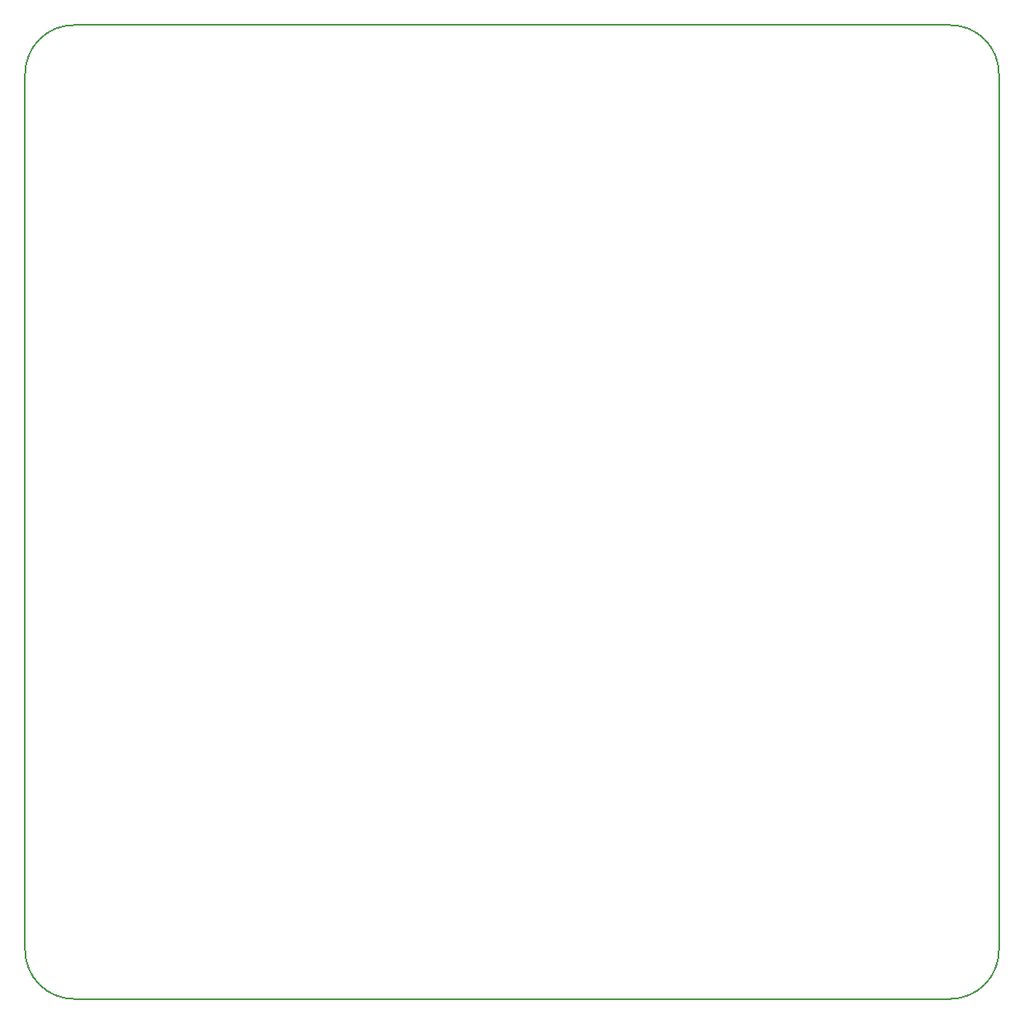
<source format=gm1>
G04*
G04 #@! TF.GenerationSoftware,Altium Limited,Altium Designer,20.0.10 (225)*
G04*
G04 Layer_Color=16711935*
%FSLAX44Y44*%
%MOMM*%
G71*
G01*
G75*
%ADD13C,0.1524*%
D13*
X0Y50000D02*
G03*
X50000Y0I50000J0D01*
G01*
X1000000Y950000D02*
G03*
X950000Y1000000I-50000J0D01*
G01*
X50000D02*
G03*
X0Y950000I0J-50000D01*
G01*
X50000Y1000000D02*
G03*
X0Y950000I0J-50000D01*
G01*
X1000000D02*
G03*
X950000Y1000000I-50000J0D01*
G01*
Y0D02*
G03*
X1000000Y50000I0J50000D01*
G01*
X0D02*
G03*
X50000Y0I50000J0D01*
G01*
Y1000000D02*
X950000D01*
X50000D02*
X950000D01*
X50000Y0D02*
X950000D01*
X50000D02*
X950000D01*
X1000000Y50000D02*
Y950000D01*
X-0D02*
X0Y50000D01*
M02*

</source>
